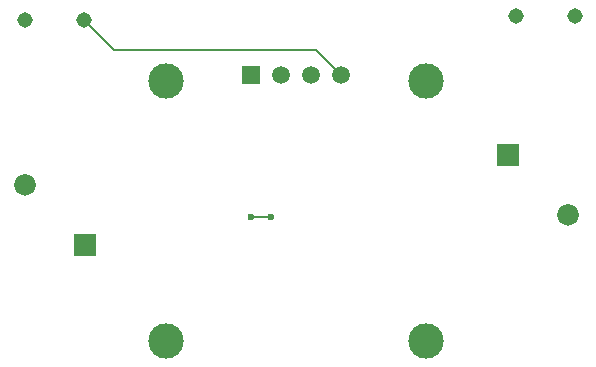
<source format=gbr>
%TF.GenerationSoftware,KiCad,Pcbnew,9.0.2*%
%TF.CreationDate,2025-08-01T16:53:22-07:00*%
%TF.ProjectId,bitboy,62697462-6f79-42e6-9b69-6361645f7063,rev?*%
%TF.SameCoordinates,Original*%
%TF.FileFunction,Copper,L1,Top*%
%TF.FilePolarity,Positive*%
%FSLAX46Y46*%
G04 Gerber Fmt 4.6, Leading zero omitted, Abs format (unit mm)*
G04 Created by KiCad (PCBNEW 9.0.2) date 2025-08-01 16:53:22*
%MOMM*%
%LPD*%
G01*
G04 APERTURE LIST*
%TA.AperFunction,ComponentPad*%
%ADD10R,1.830000X1.830000*%
%TD*%
%TA.AperFunction,ComponentPad*%
%ADD11C,1.830000*%
%TD*%
%TA.AperFunction,ComponentPad*%
%ADD12R,1.508000X1.508000*%
%TD*%
%TA.AperFunction,ComponentPad*%
%ADD13C,1.508000*%
%TD*%
%TA.AperFunction,ComponentPad*%
%ADD14C,3.000000*%
%TD*%
%TA.AperFunction,ComponentPad*%
%ADD15C,1.308000*%
%TD*%
%TA.AperFunction,ViaPad*%
%ADD16C,0.600000*%
%TD*%
%TA.AperFunction,Conductor*%
%ADD17C,0.200000*%
%TD*%
G04 APERTURE END LIST*
D10*
%TO.P,S1,1*%
%TO.N,GND*%
X164440000Y-71970000D03*
D11*
%TO.P,S1,3*%
%TO.N,AddPeep*%
X169520000Y-77050000D03*
%TD*%
D10*
%TO.P,S2,1*%
%TO.N,GND*%
X128627500Y-79640000D03*
D11*
%TO.P,S2,3*%
%TO.N,Reset*%
X123547500Y-74560000D03*
%TD*%
D12*
%TO.P,U2,1,GND*%
%TO.N,GND*%
X142690000Y-65195000D03*
D13*
%TO.P,U2,2,VCC_IN*%
%TO.N,3V3*%
X145230000Y-65195000D03*
%TO.P,U2,3,SCL*%
%TO.N,SCL*%
X147770000Y-65195000D03*
%TO.P,U2,4,SDA*%
%TO.N,SDA*%
X150310000Y-65195000D03*
D14*
%TO.P,U2,S1*%
%TO.N,N/C*%
X135500000Y-65695000D03*
%TO.P,U2,S2*%
X157500000Y-65695000D03*
%TO.P,U2,S3*%
X157500000Y-87695000D03*
%TO.P,U2,S4*%
X135500000Y-87695000D03*
%TD*%
D15*
%TO.P,R1,1*%
%TO.N,SCL*%
X165080000Y-60220000D03*
%TO.P,R1,2*%
%TO.N,Net-(U1-GPIO7{slash}SCL)*%
X170080000Y-60220000D03*
%TD*%
%TO.P,R2,1*%
%TO.N,Net-(U1-GPIO6{slash}SDA)*%
X123570000Y-60560000D03*
%TO.P,R2,2*%
%TO.N,SDA*%
X128570000Y-60560000D03*
%TD*%
D16*
%TO.N,GND*%
X142690000Y-77220000D03*
X144370000Y-77220000D03*
%TD*%
D17*
%TO.N,SDA*%
X128570000Y-60560000D02*
X131090000Y-63080000D01*
X131090000Y-63080000D02*
X148195000Y-63080000D01*
X148195000Y-63080000D02*
X150310000Y-65195000D01*
%TO.N,GND*%
X144370000Y-77220000D02*
X142690000Y-77220000D01*
%TD*%
M02*

</source>
